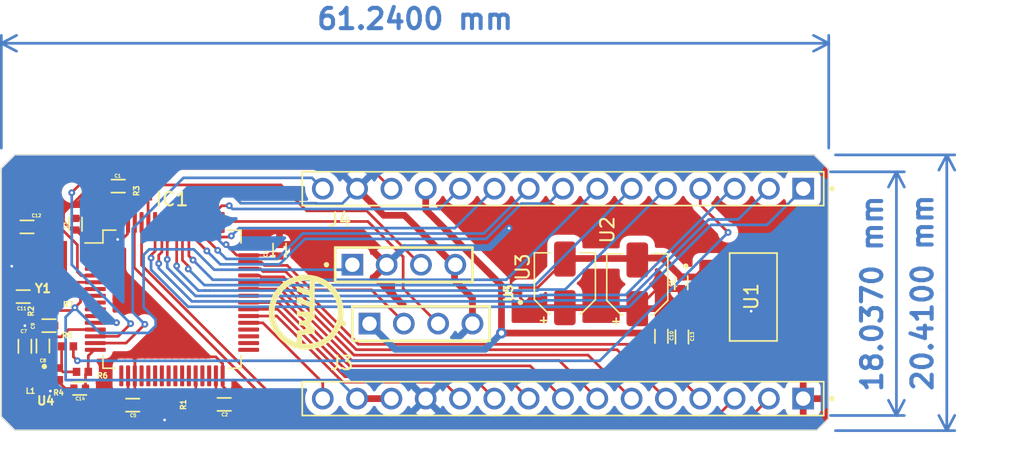
<source format=kicad_pcb>
(kicad_pcb (version 20240108) (generator "pcbnew") (generator_version "8.0")
  (layers (0 "F.Cu" signal) (31 "B.Cu" signal) (34 "B.Paste" user) (35 "F.Paste" user) (36 "B.SilkS" user "B.Silkscreen") (37 "F.SilkS" user "F.Silkscreen") (38 "B.Mask" user) (39 "F.Mask" user) (44 "Edge.Cuts" user))
  (net 0 "")
  (net 1 "+3V3")
  (net 2 "GND")
  (net 3 "VDDA")
  (net 4 "NRST")
  (net 5 "+5V")
  (net 6 "OSC_OUT")
  (net 7 "OSC_IN")
  (net 15 "ADC_0")
  (net 25 "Net-(IC1-PB2)")
  (net 32 "SWDIO")
  (net 33 "SWCLK")
  (net 34 "BOOT _0")
  (net 35 "Net-(J1-Pad02)")
  (net 36 "RECEPTORA")
  (net 37 "PC6")
  (net 38 "M_0")
  (net 39 "PC7")
  (net 40 "M_1")
  (net 41 "LIM_L")
  (net 42 "LIM_R")
  (net 43 "PC10")
  (net 44 "PC8")
  (net 45 "PC9")
  (net 46 "PA8")
  (net 47 "PA9")
  (net 48 "PA10")
  (net 49 "PA11")
  (net 50 "PA13")
  (net 51 "PB8")
  (net 52 "PB9")
  (net 53 "PC11")
  (net 54 "PB5")
  (net 55 "PB6")
  (net 56 "PB7")
  (net 57 "ADC")
  (net 58 "PA0")
  (net 59 "PA1")
  (net 60 "Net-(R4-Pad2)")
  (net 61 "Net-(C11-Pad1)")
  (footprint "CL05B104KO5NNNC:CAPC1005X55N" (layer "F.Cu") (at 145.9175 80.3485 180)
    (property "Reference" "C12")
    (property "Value" "100nF")
  )
  (footprint "Package_QFP:LQFP-64_10x10mm_P0.5mm" (layer "F.Cu") (at 156.6475 85.6985)
    (property "Reference" "IC1")
    (property "Value" "STM32F103R8T6")
  )
  (footprint "PESD2V0Y1BSFYL:DIO_PESD5V0R1BSFYL" (layer "F.Cu") (at 147.1975 91.5785 -90)
    (property "Reference" "U4")
    (property "Value" "PESD2V0Y1BSFYL" (hide yes))
  )
  (footprint "CL05B104KO5NNNC:CAPC1005X55N" (layer "F.Cu") (at 164.6075 82.0785 -90)
    (property "Reference" "C4")
    (property "Value" "100nF")
  )
  (footprint "CL05B104KO5NNNC:CAPC1005X55N" (layer "F.Cu") (at 145.7575 89.1885 90)
    (property "Reference" "C7")
    (property "Value" "100nF")
  )
  (footprint "CL05B104KO5NNNC:CAPC1005X55N" (layer "F.Cu") (at 160.5115 93.4865 180)
    (property "Reference" "C2")
    (property "Value" "100nF")
  )
  (footprint "TITAN:tita_v0" (layer "F.Cu") (at 166.567676 86.648253 -90)
    (property "Reference" "   " (hide yes))
    (property "Value" "LOGO" (hide yes))
  )
  (footprint "AMS1117-3.3:SOT229P700X180-4N" (layer "F.Cu") (at 199.6775 85.5385)
    (property "Reference" "U1")
    (property "Value" "AMS1117-3.3" (hide yes))
  )
  (footprint "PESD2V0Y1BSFYL:DIO_PESD5V0R1BSFYL" (layer "F.Cu") (at 182.4375 85.0385 90)
    (property "Reference" "U5")
    (property "Value" "PESD2V0Y1BSFYL" (hide yes))
  )
  (footprint "CRGCQ0402F10K:RESC1005X40N" (layer "F.Cu") (at 150.0175 91.0785 180)
    (property "Reference" "R6")
    (property "Value" "3.5k")
  )
  (footprint "CL05B104KO5NNNC:CAPC1005X55N" (layer "F.Cu") (at 147.0955 89.1625 90)
    (property "Reference" "C8")
    (property "Value" "1uF")
  )
  (footprint "CRGCQ0402F10K:RESC1005X40N" (layer "F.Cu") (at 154.8775 77.6785 90)
    (property "Reference" "R3")
    (property "Value" "10K")
  )
  (footprint "CL05B104KO5NNNC:CAPC1005X55N" (layer "F.Cu") (at 145.6375 85.5085 180)
    (property "Reference" "C11")
    (property "Value" "100nF")
  )
  (footprint "CRGCQ0402F10K:RESC1005X40N" (layer "F.Cu") (at 148.9125 89.1885)
    (property "Reference" "R5")
    (property "Value" "170")
  )
  (footprint "V06-1X15-SV-GF-1:VALCON_V06-1X15-SV-GF-1" (layer "F.Cu") (at 185.5895 77.5215)
    (property "Reference" "J4")
    (property "Value" "  ")
  )
  (footprint "Capacitor_SMD:CP_Elec_4x5.4" (layer "F.Cu") (at 185.7275 84.5285 90)
    (property "Reference" "U3")
    (property "Value" "10uF")
  )
  (footprint "MLG1005S10NHT000:INDC1005X55N" (layer "F.Cu") (at 146.1575 91.1985 90)
    (property "Reference" "L1")
    (property "Value" "27nH")
  )
  (footprint "CL05B104KO5NNNC:CAPC1005X55N" (layer "F.Cu") (at 149.5075 80.1485 90)
    (property "Reference" "C3")
    (property "Value" "100nF")
  )
  (footprint "CL05B104KO5NNNC:CAPC1005X55N" (layer "F.Cu") (at 147.5375 87.6585 180)
    (property "Reference" "C9")
    (property "Value" "100nF")
  )
  (footprint "TS-104-G-AA:SAMTEC_TS-104-G-AA" (layer "F.Cu") (at 173.8085 83.1485)
    (property "Reference" "J2" (hide yes))
    (property "Value" " " (hide yes))
  )
  (footprint "CL05B104KO5NNNC:CAPC1005X55N" (layer "F.Cu") (at 194.396 88.4985 -90)
    (property "Reference" "C13")
    (property "Value" "10uF")
  )
  (footprint "CL05B104KO5NNNC:CAPC1005X55N" (layer "F.Cu") (at 149.8175 92.3085 180)
    (property "Reference" "C14")
    (property "Value" "100nF")
  )
  (footprint "CL05B104KO5NNNC:CAPC1005X55N" (layer "F.Cu") (at 153.7385 93.5425 180)
    (property "Reference" "C5")
    (property "Value" "100nF")
  )
  (footprint "TS-104-G-AA:SAMTEC_TS-104-G-AA" (layer "F.Cu") (at 175.0775 87.5085)
    (property "Reference" "J2" (hide yes))
    (property "Value" "TS-104-G-AA" (hide yes))
  )
  (footprint "CRGCQ0402F10K:RESC1005X40N" (layer "F.Cu") (at 148.7475 85.2485 180)
    (property "Reference" "R7")
    (property "Value" "220")
  )
  (footprint "NX3225GD-8MHZ-STD-CRA-3:XTAL_NX3225GD-8MHZ-STD-CRA-3" (layer "F.Cu") (at 147.1775 82.7385 180)
    (property "Reference" "Y1")
    (property "Value" "NX3225GD-8MHZ-STD-CRA-3" (hide yes))
  )
  (footprint "V06-1X15-SV-GF-1:VALCON_V06-1X15-SV-GF-1" (layer "F.Cu") (at 185.5875 93.0585)
    (property "Reference" "J3")
    (property "Value" "  ")
  )
  (footprint "Capacitor_SMD:CP_Elec_4x5.4" (layer "F.Cu") (at 191.0875 84.5985 90)
    (property "Reference" "U2")
    (property "Value" "10uF")
  )
  (footprint "CRGCQ0402F10K:RESC1005X40N" (layer "F.Cu") (at 158.4085 93.4965 90)
    (property "Reference" "R1")
    (property "Value" "10K")
  )
  (footprint "CL05B104KO5NNNC:CAPC1005X55N" (layer "F.Cu") (at 192.876 88.4455 -90)
    (property "Reference" "C10")
    (property "Value" "100nF")
  )
  (footprint "CRGCQ0402F10K:RESC1005X40N" (layer "F.Cu") (at 147.5375 86.5385 180)
    (property "Reference" "R2")
    (property "Value" "10K")
  )
  (footprint "CRGCQ0402F10K:RESC1005X40N" (layer "F.Cu") (at 148.2875 91.2285 90)
    (property "Reference" "R4")
    (property "Value" "330")
  )
  (footprint "CL05B104KO5NNNC:CAPC1005X55N" (layer "F.Cu") (at 152.6685 77.3305)
    (property "Reference" "C1")
    (property "Value" "100nF")
  )
  (footprint "CL05B104KO5NNNC:CAPC1005X55N" (layer "F.Cu") (at 194.341 84.4855 90)
    (property "Reference" "C6")
    (property "Value" "4.7uF")
  )
  (gr_line (start 145.0175 75.0185) (end 204.1675 75.0185) (stroke (width 0.1)) (layer "Edge.Cuts"))
  (gr_line (start 144.0175 94.3885) (end 144.0175 76.0185) (stroke (width 0.1)) (layer "Edge.Cuts"))
  (gr_line (start 145.0175 75.0185) (end 144.0175 76.0185) (stroke (width 0.1)) (layer "Edge.Cuts"))
  (gr_line (start 205.227765 76.078765) (end 205.227765 94.538765) (stroke (width 0.1)) (layer "Edge.Cuts"))
  (gr_line (start 145.0175 95.3885) (end 144.0175 94.3885) (stroke (width 0.1)) (layer "Edge.Cuts"))
  (gr_line (start 204.3775 95.3885) (end 145.0175 95.3885) (stroke (width 0.1)) (layer "Edge.Cuts"))
  (gr_line (start 205.2275 94.5385) (end 204.3775 95.3885) (stroke (width 0.1)) (layer "Edge.Cuts"))
  (gr_line (start 204.1675 75.0185) (end 205.227765 76.078765) (stroke (width 0.1)) (layer "Edge.Cuts"))
  (dimension (type aligned) (layer "B.Cu") (pts (xy 205.2575 95.4285) (xy 205.2575 75.0185)) (height 8.74) (gr_text "20.4100 mm" (at 212.1975 85.2235 90) (layer "B.Cu") (effects (font (size 1.5 1.5) (thickness 0.3)))) (format (prefix "") (suffix "") (units 3) (units_format 1) (precision 4)) (style (thickness 0.2) (arrow_length 1.27) (text_position_mode 0) (extension_height 0.58642) (extension_offset 0.5) keep_text_aligned))
  (dimension (type aligned) (layer "B.Cu") (pts (xy 204.8895 76.2715) (xy 204.8895 94.3085)) (height -5.378) (gr_text "18.0370 mm" (at 208.4675 85.29 90) (layer "B.Cu") (effects (font (size 1.5 1.5) (thickness 0.3)))) (format (prefix "") (suffix "") (units 3) (units_format 1) (precision 4)) (style (thickness 0.2) (arrow_length 1.27) (text_position_mode 0) (extension_height 0.58642) (extension_offset 0.5) keep_text_aligned))
  (dimension (type aligned) (layer "B.Cu") (pts (xy 144.0175 75.0185) (xy 205.2575 75.0185)) (height -8.26) (gr_text "61.2400 mm" (at 174.6375 64.9585 0) (layer "B.Cu") (effects (font (size 1.5 1.5) (thickness 0.3)))) (format (prefix "") (suffix "") (units 3) (units_format 1) (precision 4)) (style (thickness 0.2) (arrow_length 1.27) (text_position_mode 0) (extension_height 0.58642) (extension_offset 0.5) keep_text_aligned))
  (segment (start 181.9975 80.84664) (end 181.9975 83.5695) (width 0.2) (layer "F.Cu") (net 1))
  (segment (start 145.6575 91.6305) (end 146.1575 91.6305) (width 0.2) (layer "F.Cu") (net 1))
  (segment (start 153.9415 89.9685) (end 159.8925 89.9685) (width 0.2) (layer "F.Cu") (net 1))
  (segment (start 182.4375 85.6125) (end 183.1115 86.2865) (width 0.2) (layer "F.Cu") (net 1))
  (segment (start 160.9415 92.6725) (end 160.9415 93.4865) (width 0.2) (layer "F.Cu") (net 1))
  (segment (start 163.586973 81.5595) (end 162.7865 81.5595) (width 0.2) (layer "F.Cu") (net 1))
  (segment (start 149.2075 80.5585) (end 148.6175 79.9685) (width 0.2) (layer "F.Cu") (net 1))
  (segment (start 195.7095 84.9155) (end 196.3325 85.5385) (width 0.2) (layer "F.Cu") (net 1))
  (segment (start 151.8075 92.1885) (end 151.8075 90.5585) (width 0.2) (layer "F.Cu") (net 1))
  (segment (start 164.6075 81.6485) (end 164.275033 81.6485) (width 0.2) (layer "F.Cu") (net 1))
  (segment (start 150.8975 81.9485) (end 149.5075 80.5585) (width 0.2) (layer "F.Cu") (net 1))
  (segment (start 146.9535 93.5145) (end 150.4815 93.5145) (width 0.2) (layer "F.Cu") (net 1))
  (segment (start 181.9975 85.2385) (end 182.4375 85.2385) (width 0.2) (layer "F.Cu") (net 1))
  (segment (start 153.8975 90.4735) (end 153.8975 91.3735) (width 0.2) (layer "F.Cu") (net 1))
  (segment (start 181.7475 83.8195) (end 181.7475 84.9885) (width 0.2) (layer "F.Cu") (net 1))
  (segment (start 162.7865 81.5595) (end 162.3975 81.9485) (width 0.2) (layer "F.Cu") (net 1))
  (segment (start 182.4375 85.2385) (end 182.4375 85.6125) (width 0.2) (layer "F.Cu") (net 1))
  (segment (start 153.8975 90.0125) (end 153.9415 89.9685) (width 0.2) (layer "F.Cu") (net 1))
  (segment (start 153.8975 90.4735) (end 153.8975 90.0125) (width 0.2) (layer "F.Cu") (net 1))
  (segment (start 181.596281 80.445421) (end 181.9975 80.84664) (width 0.2) (layer "F.Cu") (net 1))
  (segment (start 181.9975 83.5695) (end 181.7475 83.8195) (width 0.2) (layer "F.Cu") (net 1))
  (segment (start 164.275033 81.6485) (end 164.135032 81.508499) (width 0.2) (layer "F.Cu") (net 1))
  (segment (start 181.7475 84.9885) (end 181.9975 85.2385) (width 0.2) (layer "F.Cu") (net 1))
  (segment (start 148.6175 79.3185) (end 150.6055 77.3305) (width 0.2) (layer "F.Cu") (net 1))
  (segment (start 160.3975 92.1285) (end 160.9415 92.6725) (width 0.2) (layer "F.Cu") (net 1))
  (segment (start 192.5705 84.9155) (end 191.0875 86.3985) (width 0.2) (layer "F.Cu") (net 1))
  (segment (start 154.1685 92.6255) (end 153.8975 92.3545) (width 0.2) (layer "F.Cu") (net 1))
  (segment (start 172.48 83.1585) (end 170.97 81.6485) (width 0.2) (layer "F.Cu") (net 1))
  (segment (start 149.5075 80.5585) (end 149.2075 80.5585) (width 0.2) (layer "F.Cu") (net 1))
  (segment (start 164.135032 81.508499) (end 163.637974 81.508499) (width 0.2) (layer "F.Cu") (net 1))
  (segment (start 153.8975 90.0125) (end 153.8975 90.3245) (width 0.2) (layer "F.Cu") (net 1))
  (segment (start 147.1025 86.5385) (end 145.4575 86.5385) (width 0.2) (layer "F.Cu") (net 1))
  (segment (start 150.6055 77.3305) (end 152.2385 77.3305) (width 0.2) (layer "F.Cu") (net 1))
  (segment (start 152.3975 89.9685) (end 153.9415 89.9685) (width 0.2) (layer "F.Cu") (net 1))
  (segment (start 183.1115 86.2865) (end 185.87 86.2865) (width 0.2) (layer "F.Cu") (net 1))
  (segment (start 160.3975 90.4735) (end 160.3975 92.1285) (width 0.2) (layer "F.Cu") (net 1))
  (segment (start 146.1575 92.7185) (end 146.9535 93.5145) (width 0.2) (layer "F.Cu") (net 1))
  (segment (start 185.87 86.2865) (end 185.871 86.2875) (width 0.2) (layer "F.Cu") (net 1))
  (segment (start 153.8975 92.3545) (end 153.8975 90.4735) (width 0.2) (layer "F.Cu") (net 1))
  (segment (start 148.6175 79.9685) (end 148.6175 79.3185) (width 0.2) (layer "F.Cu") (net 1))
  (segment (start 150.4815 93.5145) (end 151.8075 92.1885) (width 0.2) (layer "F.Cu") (net 1))
  (segment (start 145.4575 86.5385) (end 144.6475 87.3485) (width 0.2) (layer "F.Cu") (net 1))
  (segment (start 159.8925 89.9685) (end 160.3975 90.4735) (width 0.2) (layer "F.Cu") (net 1))
  (segment (start 154.1685 93.5425) (end 154.1685 92.6255) (width 0.2) (layer "F.Cu") (net 1))
  (segment (start 154.1685 93.5425) (end 156.1835 93.5425) (width 0.2) (layer "F.Cu") (net 1))
  (segment (start 152.2385 77.3305) (end 152.2385 79.2895) (width 0.2) (layer "F.Cu") (net 1))
  (segment (start 156.1835 93.5425) (end 156.3275 93.3985) (width 0.2) (layer "F.Cu") (net 1))
  (segment (start 144.6475 90.6205) (end 145.6575 91.6305) (width 0.2) (layer "F.Cu") (net 1))
  (segment (start 194.341 84.9155) (end 195.7095 84.9155) (width 0.2) (layer "F.Cu") (net 1))
  (segment (start 146.1575 91.6305) (end 146.1575 92.7185) (width 0.2) (layer "F.Cu") (net 1))
  (segment (start 151.8075 90.5585) (end 152.3975 89.9685) (width 0.2) (layer "F.Cu") (net 1))
  (segment (start 150.9725 81.9485) (end 152.1575 81.9485) (width 0.2) (layer "F.Cu") (net 1))
  (segment (start 152.2385 79.2895) (end 152.8975 79.9485) (width 0.2) (layer "F.Cu") (net 1))
  (segment (start 163.637974 81.508499) (end 163.586973 81.5595) (width 0.2) (layer "F.Cu") (net 1))
  (segment (start 152.1575 81.9485) (end 152.8075 82.5985) (width 0.2) (layer "F.Cu") (net 1))
  (segment (start 144.6475 87.3485) (end 144.6475 90.6205) (width 0.2) (layer "F.Cu") (net 1))
  (segment (start 170.97 81.6485) (end 164.6075 81.6485) (width 0.2) (layer "F.Cu") (net 1))
  (segment (start 194.341 84.9155) (end 192.5705 84.9155) (width 0.2) (layer "F.Cu") (net 1))
  (via (at 181.596281 80.445421) (size 0.5) (drill 0.2) (layers "F.Cu" "B.Cu") (net 1))
  (segment (start 172.5485 83.1385) (end 173.8055 81.8815) (width 0.5) (layer "B.Cu") (net 1))
  (segment (start 172.475899 83.1385) (end 172.5485 83.1385) (width 0.5) (layer "B.Cu") (net 1))
  (segment (start 180.136101 81.8815) (end 181.59218 80.425421) (width 0.5) (layer "B.Cu") (net 1))
  (segment (start 173.8055 81.8815) (end 180.136101 81.8815) (width 0.5) (layer "B.Cu") (net 1))
  (segment (start 148.2875 91.6635) (end 148.2875 91.8585) (width 0.2) (layer "F.Cu") (net 2))
  (segment (start 147.0955 88.7325) (end 145.7835 88.7325) (width 0.2) (layer "F.Cu") (net 2))
  (segment (start 145.7575 88.7585) (end 145.7575 87.6585) (width 0.2) (layer "F.Cu") (net 2))
  (segment (start 183.72 84.8385) (end 185.871 82.6875) (width 0.2) (layer "F.Cu") (net 2))
  (segment (start 182.4375 84.8385) (end 183.72 84.8385) (width 0.2) (layer "F.Cu") (net 2))
  (segment (start 148.2875 91.6635) (end 148.2875 91.8485) (width 0.2) (layer "F.Cu") (net 2))
  (segment (start 198.1175 89.4685) (end 199.5175 88.0685) (width 0.5) (layer "F.Cu") (net 2))
  (segment (start 164.423491 82.324491) (end 163.903491 82.324491) (width 0.2) (layer "F.Cu") (net 2))
  (segment (start 161.440092 82.4485) (end 160.651421 81.659829) (width 0.2) (layer "F.Cu") (net 2))
  (segment (start 145.2075 85.5085) (end 145.2075 84.9785) (width 0.2) (layer "F.Cu") (net 2))
  (segment (start 145.2075 84.9785) (end 144.7875 84.5585) (width 0.2) (layer "F.Cu") (net 2))
  (segment (start 153.3475 80.88091) (end 152.94991 81.2785) (width 0.2) (layer "F.Cu") (net 2))
  (segment (start 194.6775 88.9285) (end 195.2175 89.4685) (width 0.5) (layer "F.Cu") (net 2))
  (segment (start 150.7575 79.7185) (end 152.3175 81.2785) (width 0.2) (layer "F.Cu") (net 2))
  (segment (start 159.8975 93.3025) (end 159.8975 91.4485) (width 0.2) (layer "F.Cu") (net 2))
  (segment (start 159.7195 93.4865) (end 159.2745 93.9315) (width 0.2) (layer "F.Cu") (net 2))
  (segment (start 173.8575 79.4905) (end 177.5255 83.1585) (width 0.5) (layer "F.Cu") (net 2))
  (segment (start 153.3085 93.5425) (end 153.3085 94.0095) (width 0.2) (layer "F.Cu") (net 2))
  (segment (start 185.871 82.6875) (end 191.025 82.6875) (width 0.5) (layer "F.Cu") (net 2))
  (segment (start 199.5175 88.0685) (end 199.5175 86.2585) (width 0.5) (layer "F.Cu") (net 2))
  (segment (start 152.3175 81.2785) (end 152.7575 81.2785) (width 0.2) (layer "F.Cu") (net 2))
  (segment (start 170.3495 77.5215) (end 172.3185 79.4905) (width 0.5) (layer "F.Cu") (net 2))
  (segment (start 164.37815 82.60615) (end 164.475802 82.508498) (width 0.1) (layer "F.Cu") (net 2))
  (segment (start 164.475802 82.508498) (end 164.6075 82.508498) (width 0.1) (layer "F.Cu") (net 2))
  (segment (start 160.0815 93.4865) (end 159.7195 93.4865) (width 0.2) (layer "F.Cu") (net 2))
  (segment (start 152.4975 81.2785) (end 152.627505 81.2785) (width 0.1) (layer "F.Cu") (net 2))
  (segment (start 146.9675 87.6585) (end 145.7575 87.6585) (width 0.2) (layer "F.Cu") (net 2))
  (segment (start 152.94991 81.2785) (end 152.6275 81.2785) (width 0.2) (layer "F.Cu") (net 2))
  (segment (start 148.2875 91.8585) (end 147.6475 92.4985) (width 0.2) (layer "F.Cu") (net 2))
  (segment (start 159.2745 93.9315) (end 158.4085 93.9315) (width 0.2) (layer "F.Cu") (net 2))
  (segment (start 178.8875 85.6345) (end 178.8875 87.5085) (width 0.5) (layer "F.Cu") (net 2))
  (segment (start 153.0985 77.3305) (end 153.3475 77.5795) (width 0.2) (layer "F.Cu") (net 2))
  (segment (start 195.2175 89.4685) (end 198.1175 89.4685) (width 0.5) (layer "F.Cu") (net 2))
  (segment (start 153.3975 91.4485) (end 153.3975 93.4535) (width 0.2) (layer "F.Cu") (net 2))
  (segment (start 160.0815 93.4865) (end 159.8975 93.3025) (width 0.1) (layer "F.Cu") (net 2))
  (segment (start 194.396 88.9285) (end 194.6775 88.9285) (width 0.5) (layer "F.Cu") (net 2))
  (segment (start 145.7835 88.7325) (end 145.7575 88.7585) (width 0.2) (layer "F.Cu") (net 2))
  (segment (start 162.3225 82.4485) (end 161.440092 82.4485) (width 0.2) (layer "F.Cu") (net 2))
  (segment (start 152.4975 81.2785) (end 152.6275 81.2785) (width 0.1) (layer "F.Cu") (net 2))
  (segment (start 153.9375 94.6385) (end 157.7015 94.6385) (width 0.2) (layer "F.Cu") (net 2))
  (segment (start 147.1275 87.4985) (end 146.9675 87.6585) (width 0.2) (layer "F.Cu") (net 2))
  (segment (start 152.627505 81.2785) (end 152.62751 81.278505) (width 0.1) (layer "F.Cu") (net 2))
  (segment (start 195.5255 84.0555) (end 196.3325 83.2485) (width 0.5) (layer "F.Cu") (net 2))
  (segment (start 148.2875 91.6635) (end 148.1725 91.7785) (width 0.2) (layer "F.Cu") (net 2))
  (segment (start 148.2875 91.8485) (end 148.7475 92.3085) (width 0.2) (layer "F.Cu") (net 2))
  (segment (start 196.5075 83.2485) (end 196.3325 83.2485) (width 0.5) (layer "F.Cu") (net 2))
  (segment (start 194.341 84.0555) (end 195.5255 84.0555) (width 0.5) (layer "F.Cu") (net 2))
  (segment (start 153.3085 94.0095) (end 153.9375 94.6385) (width 0.2) (layer "F.Cu") (net 2))
  (segment (start 153.3475 77.5795) (end 153.3475 80.88091) (width 0.2) (layer "F.Cu") (net 2))
  (segment (start 163.779482 82.4485) (end 163.903491 82.324491) (width 0.2) (layer "F.Cu") (net 2))
  (segment (start 152.5775 87.4485) (end 152.5975 87.4285) (width 0.1) (layer "F.Cu") (net 2))
  (segment (start 192.94 82.6545) (end 194.341 84.0555) (width 0.5) (layer "F.Cu") (net 2))
  (segment (start 192.95 88.9495) (end 192.876 88.8755) (width 0.5) (layer "F.Cu") (net 2))
  (segment (start 153.3975 93.4535) (end 153.3085 93.5425) (width 0.1) (layer "F.Cu") (net 2))
  (segment (start 177.56 84.307) (end 178.8875 85.6345) (width 0.5) (layer "F.Cu") (net 2))
  (segment (start 192.876 88.8755) (end 194.343 88.8755) (width 0.5) (layer "F.Cu") (net 2))
  (segment (start 164.6075 82.508498) (end 164.423491 82.324491) (width 0.2) (layer "F.Cu") (net 2))
  (segment (start 144.7875 81.0485) (end 144.7875 83.2585) (width 0.2) (layer "F.Cu") (net 2))
  (segment (start 194.343 88.8755) (end 194.396 88.9285) (width 0.5) (layer "F.Cu") (net 2))
  (segment (start 191.058 82.6545) (end 192.94 82.6545) (width 0.5) (layer "F.Cu") (net 2))
  (segment (start 150.8975 87.4485) (end 152.5775 87.4485) (width 0.2) (layer "F.Cu") (net 2))
  (segment (start 177.56 83.1585) (end 177.56 84.307) (width 0.5) (layer "F.Cu") (net 2))
  (segment (start 149.5075 79.7185) (end 150.7575 79.7185) (width 0.2) (layer "F.Cu") (net 2))
  (segment (start 148.7475 92.3085) (end 149.3875 92.3085) (width 0.2) (layer "F.Cu") (net 2))
  (segment (start 152.7575 81.2785) (end 152.4975 81.2785) (width 0.1) (layer "F.Cu") (net 2))
  (segment (start 157.7015 94.6385) (end 158.4085 93.9315) (width 0.2) (layer "F.Cu") (net 2))
  (segment (start 172.3185 79.4905) (end 173.8575 79.4905) (width 0.5) (layer "F.Cu") (net 2))
  (segment (start 148.1725 91.7785) (end 147.1975 91.7785) (width 0.2) (layer "F.Cu") (net 2))
  (segment (start 162.35685 82.4485) (end 163.779482 82.4485) (width 0.2) (layer "F.Cu") (net 2))
  (segment (start 144.7875 84.5585) (end 144.7875 83.2585) (width 0.2) (layer "F.Cu") (net 2))
  (segment (start 177.5255 83.1585) (end 177.56 83.1585) (width 0.2) (layer "F.Cu") (net 2))
  (segment (start 199.5175 86.2585) (end 196.5075 83.2485) (width 0.5) (layer "F.Cu") (net 2))
  (segment (start 145.4875 80.3485) (end 144.7875 81.0485) (width 0.2) (layer "F.Cu") (net 2))
  (segment (start 191.025 82.6875) (end 191.058 82.6545) (width 0.5) (layer "F.Cu") (net 2))
  (via (at 199.5175 86.5885) (size 0.5) (drill 0.2) (layers "F.Cu" "B.Cu") (net 2))
  (via (at 152.5375 87.4385) (size 0.5) (drill 0.2) (layers "F.Cu" "B.Cu") (net 2))
  (via (at 147.6475 92.4985) (size 0.5) (drill 0.2) (layers "F.Cu" "B.Cu") (net 2))
  (via (at 144.7875 83.2585) (size 0.5) (drill 0.2) (layers "F.Cu" "B.Cu") (net 2))
  (via (at 156.0975 94.6385) (size 0.5) (drill 0.2) (layers "F.Cu" "B.Cu") (net 2))
  (via (at 160.651421 81.659829) (size 0.5) (drill 0.2) (layers "F.Cu" "B.Cu") (net 2))
  (via (at 152.62751 81.278505) (size 0.5) (drill 0.2) (layers "F.Cu" "B.Cu") (net 2))
  (via (at 145.7575 87.6585) (size 0.5) (drill 0.2) (layers "F.Cu" "B.Cu") (net 2))
  (segment (start 161.7375 78.5965) (end 161.2235 78.0825) (width 0.2) (layer "B.Cu") (net 2))
  (segment (start 161.2235 78.0825) (end 160.1145 78.0825) (width 0.2) (layer "B.Cu") (net 2))
  (segment (start 159.7445 80.9645) (end 160.4715 81.6915) (width 0.2) (layer "B.Cu") (net 2))
  (segment (start 170.3495 77.5215) (end 169.247 78.624) (width 0.2) (layer "B.Cu") (net 2))
  (segment (start 159.7445 78.4525) (end 159.7445 80.9645) (width 0.2) (layer "B.Cu") (net 2))
  (segment (start 160.1145 78.0825) (end 159.7445 78.4525) (width 0.2) (layer "B.Cu") (net 2))
  (segment (start 167.352829 78.624) (end 167.325329 78.5965) (width 0.2) (layer "B.Cu") (net 2))
  (segment (start 167.325329 78.5965) (end 161.7375 78.5965) (width 0.2) (layer "B.Cu") (net 2))
  (segment (start 169.247 78.624) (end 167.352829 78.624) (width 0.2) (layer "B.Cu") (net 2))
  (segment (start 146.1575 90.7665) (end 146.1575 90.0185) (width 0.2) (layer "F.Cu") (net 3))
  (segment (start 147.3435 89.5925) (end 147.7975 89.1385) (width 0.2) (layer "F.Cu") (net 3))
  (segment (start 148.9875 87.9485) (end 150.8975 87.9485) (width 0.2) (layer "F.Cu") (net 3))
  (segment (start 148.4475 88.4885) (end 148.9875 87.9485) (width 0.2) (layer "F.Cu") (net 3))
  (segment (start 147.0695 89.6185) (end 147.0955 89.5925) (width 0.2) (layer "F.Cu") (net 3))
  (segment (start 146.1575 90.0185) (end 145.7575 89.6185) (width 0.2) (layer "F.Cu") (net 3))
  (segment (start 147.0955 89.5925) (end 147.3435 89.5925) (width 0.2) (layer "F.Cu") (net 3))
  (segment (start 147.7975 88.4885) (end 148.4475 88.4885) (width 0.2) (layer "F.Cu") (net 3))
  (segment (start 145.7575 89.6185) (end 147.0695 89.6185) (width 0.2) (layer "F.Cu") (net 3))
  (segment (start 147.7975 89.1385) (end 147.7975 88.4885) (width 0.2) (layer "F.Cu") (net 3))
  (segment (start 149.8725 85.119186) (end 149.8725 85.9135) (width 0.2) (layer "F.Cu") (net 4))
  (segment (start 150.043186 84.9485) (end 149.8725 85.119186) (width 0.2) (layer "F.Cu") (net 4))
  (segment (start 170.3475 93.0585) (end 172.8875 93.0585) (width 0.5) (layer "F.Cu") (net 4))
  (segment (start 147.9685 87.609572) (end 147.9685 86.5385) (width 0.2) (layer "F.Cu") (net 4))
  (segment (start 147.9685 86.5385) (end 149.2475 86.5385) (width 0.2) (layer "F.Cu") (net 4))
  (segment (start 149.8725 85.9135) (end 149.4575 86.3285) (width 0.2) (layer "F.Cu") (net 4))
  (segment (start 149.2475 86.5385) (end 149.4575 86.3285) (width 0.2) (layer "F.Cu") (net 4))
  (segment (start 150.8965 84.9495) (end 150.8975 84.9485) (width 0.1) (layer "F.Cu") (net 4))
  (segment (start 150.8975 84.9485) (end 150.043186 84.9485) (width 0.2) (layer "F.Cu") (net 4))
  (via (at 149.4575 86.3285) (size 0.5) (drill 0.2) (layers "F.Cu" "B.Cu") (net 4))
  (segment (start 159.770539 83.5185) (end 169.6285 83.5185) (width 0.2) (layer "B.Cu") (net 4))
  (segment (start 170.3475 93.0585) (end 168.9775 91.6885) (width 0.2) (layer "B.Cu") (net 4))
  (segment (start 148.7775 91.6785) (end 148.7775 87.0185) (width 0.2) (layer "B.Cu") (net 4))
  (segment (start 154.5475 86.3005) (end 154.5475 82.422113) (width 0.2) (layer "B.Cu") (net 4))
  (segment (start 151.325 88.196) (end 154.913 88.196) (width 0.2) (layer "B.Cu") (net 4))
  (segment (start 149.4575 86.3285) (end 151.325 88.196) (width 0.2) (layer "B.Cu") (net 4))
  (segment (start 169.6285 83.5185) (end 169.9985 83.1485) (width 0.2) (layer "B.Cu") (net 4))
  (segment (start 149.4575 86.3385) (end 149.4575 86.3285) (width 0.2) (layer "B.Cu") (net 4))
  (segment (start 155.438 87.671) (end 155.438 87.191) (width 0.2) (layer "B.Cu") (net 4))
  (segment (start 154.913 88.196) (end 155.438 87.671) (width 0.2) (layer "B.Cu") (net 4))
  (segment (start 155.438 87.191) (end 154.5475 86.3005) (width 0.2) (layer "B.Cu") (net 4))
  (segment (start 168.9775 91.6885) (end 148.7875 91.6885) (width 0.2) (layer "B.Cu") (net 4))
  (segment (start 154.5475 82.422113) (end 154.960306 82.009307) (width 0.2) (layer "B.Cu") (net 4))
  (segment (start 148.7875 91.6885) (end 148.7775 91.6785) (width 0.2) (layer "B.Cu") (net 4))
  (segment (start 154.960306 82.009307) (end 158.261346 82.009307) (width 0.2) (layer "B.Cu") (net 4))
  (segment (start 148.7775 87.0185) (end 149.4575 86.3385) (width 0.2) (layer "B.Cu") (net 4))
  (segment (start 158.261346 82.009307) (end 159.770539 83.5185) (width 0.2) (layer "B.Cu") (net 4))
  (segment (start 192.876 88.0155) (end 192.576 88.0155) (width 0.5) (layer "F.Cu") (net 5))
  (segment (start 192.89 88.0015) (end 192.876 88.0155) (width 0.1) (layer "F.Cu") (net 5))
  (segment (start 194.396 88.0685) (end 194.366 88.0385) (width 0.5) (layer "F.Cu") (net 5))
  (segment (start 182.041 88.207) (end 181.034994 88.207) (width 0.5) (layer "F.Cu") (net 5))
  (segment (start 181.034994 84.682812) (end 181.034994 88.207) (width 0.5) (layer "F.Cu") (net 5))
  (segment (start 196.3325 87.8285) (end 196.1455 88.0155) (width 0.5) (layer "F.Cu") (net 5))
  (segment (start 192.3845 88.207) (end 182.041 88.207) (width 0.5) (layer "F.Cu") (net 5))
  (segment (start 196.3325 87.8285) (end 194.636 87.8285) (width 0.5) (layer "F.Cu") (net 5))
  (segment (start 192.576 88.0155) (end 192.3845 88.207) (width 0.5) (layer "F.Cu") (net 5))
  (segment (start 194.366 88.0385) (end 192.899 88.0385) (width 0.5) (layer "F.Cu") (net 5))
  (segment (start 192.899 88.0385) (end 192.876 88.0155) (width 0.5) (layer "F.Cu") (net 5))
  (segment (start 175.4295 77.5215) (end 175.4295 79.077318) (width 0.5) (layer "F.Cu") (net 5))
  (segment (start 175.4295 79.077318) (end 181.034994 84.682812) (width 0.5) (layer "F.Cu") (net 5))
  (segment (start 194.636 87.8285) (end 194.396 88.0685) (width 0.5) (layer "F.Cu") (net 5))
  (via (at 181.034994 88.207) (size 0.8) (drill 0.4) (layers "F.Cu" "B.Cu") (net 5))
  (segment (start 179.833494 89.4085) (end 181.034994 88.207) (width 0.5) (layer "B.Cu") (net 5))
  (segment (start 173.1675 89.4085) (end 179.833494 89.4085) (width 0.5) (layer "B.Cu") (net 5))
  (segment (start 171.2675 87.5085) (end 173.1675 89.4085) (width 0.5) (layer "B.Cu") (net 5))
  (segment (start 149.0725 85.2085) (end 149.0725 85.0035) (width 0.2) (layer "F.Cu") (net 6))
  (segment (start 149.6275 84.4485) (end 150.8975 84.4485) (width 0.2) (layer "F.Cu") (net 6))
  (segment (start 149.0725 85.0035) (end 149.6275 84.4485) (width 0.2) (layer "F.Cu") (net 6))
  (segment (start 149.6475 81.6785) (end 148.3175 80.3485) (width 0.2) (layer "F.Cu") (net 7))
  (segment (start 146.3475 80.3485) (end 146.2675 80.4285) (width 0.2) (layer "F.Cu") (net 7))
  (segment (start 146.2675 82.9985) (end 146.5675 83.2985) (width 0.2) (layer "F.Cu") (net 7))
  (segment (start 150.8975 83.9485) (end 149.9225 83.9485) (width 0.2) (layer "F.Cu") (net 7))
  (segment (start 146.185 82.156) (end 146.5775 82.5485) (width 0.2) (layer "F.Cu") (net 7))
  (segment (start 148.3175 80.3485) (end 146.3475 80.3485) (width 0.2) (layer "F.Cu") (net 7))
  (segment (start 149.6475 83.6735) (end 149.6475 81.6785) (width 0.2) (layer "F.Cu") (net 7))
  (segment (start 146.2675 80.4285) (end 146.2675 82.9985) (width 0.2) (layer "F.Cu") (net 7))
  (segment (start 149.9225 83.9485) (end 149.6475 83.6735) (width 0.2) (layer "F.Cu") (net 7))
  (segment (start 150.4525 89.8935) (end 150.8975 89.4485) (width 0.2) (layer "F.Cu") (net 15))
  (segment (start 150.2475 91.2835) (end 150.4525 91.0785) (width 0.2) (layer "F.Cu") (net 15))
  (segment (start 150.2475 92.3085) (end 150.2475 91.2835) (width 0.2) (layer "F.Cu") (net 15))
  (segment (start 150.4525 91.0785) (end 150.4525 89.8935) (width 0.2) (layer "F.Cu") (net 15))
  (segment (start 158.4085 93.0615) (end 158.4085 91.4595) (width 0.2) (layer "F.Cu") (net 25))
  (segment (start 158.4085 91.4595) (end 158.3975 91.4485) (width 0.1) (layer "F.Cu") (net 25))
  (segment (start 165.176186 83.1985) (end 163.498971 83.1985) (width 0.2) (layer "F.Cu") (net 32))
  (segment (start 173.8075 87.5085) (end 173.8075 87.4065) (width 0.2) (layer "F.Cu") (net 32))
  (segment (start 163.498971 83.1985) (end 163.248971 82.9485) (width 0.2) (layer "F.Cu") (net 32))
  (segment (start 171.4145 85.0135) (end 166.991186 85.0135) (width 0.2) (layer "F.Cu") (net 32))
  (segment (start 162.3975 82.9485) (end 162.397498 82.9485) (width 0.1) (layer "F.Cu") (net 32))
  (segment (start 163.248971 82.9485) (end 162.397498 82.9485) (width 0.2) (layer "F.Cu") (net 32))
  (segment (start 173.8075 87.4065) (end 171.4145 85.0135) (width 0.2) (layer "F.Cu") (net 32))
  (segment (start 166.991186 85.0135) (end 165.176186 83.1985) (width 0.2) (layer "F.Cu") (net 32))
  (segment (start 173.7575 84.9185) (end 173.7575 82.5585) (width 0.2) (layer "F.Cu") (net 33))
  (segment (start 176.3475 87.5085) (end 173.7575 84.9185) (width 0.2) (layer "F.Cu") (net 33))
  (segment (start 173.7575 82.5585) (end 171.1475 79.9485) (width 0.2) (layer "F.Cu") (net 33))
  (segment (start 171.1475 79.9485) (end 160.3975 79.9485) (width 0.2) (layer "F.Cu") (net 33))
  (segment (start 154.8775 79.9285) (end 154.8975 79.9485) (width 0.1) (layer "F.Cu") (net 34))
  (segment (start 154.8775 78.1135) (end 154.8775 79.9285) (width 0.2) (layer "F.Cu") (net 34))
  (segment (start 166.6175 79.1585) (end 164.7025 77.2435) (width 0.2) (layer "F.Cu") (net 35))
  (segment (start 175.02 83.1585) (end 175.02 83.124) (width 0.2) (layer "F.Cu") (net 35))
  (segment (start 164.7025 77.2435) (end 154.8775 77.2435) (width 0.2) (layer "F.Cu") (net 35))
  (segment (start 171.0545 79.1585) (end 166.6175 79.1585) (width 0.2) (layer "F.Cu") (net 35))
  (segment (start 175.02 83.124) (end 171.0545 79.1585) (width 0.2) (layer "F.Cu") (net 35))
  (segment (start 159.8975 79.21609) (end 160.33309 78.7805) (width 0.2) (layer "F.Cu") (net 36))
  (segment (start 160.33309 78.7805) (end 160.8875 78.7805) (width 0.2) (layer "F.Cu") (net 36))
  (segment (start 159.8975 80.0235) (end 159.8975 79.21609) (width 0.2) (layer "F.Cu") (net 36))
  (via (at 160.8875 78.7805) (size 0.5) (drill 0.2) (layers "F.Cu" "B.Cu") (net 36))
  (segment (start 161.131 79.024) (end 160.8875 78.7805) (width 0.2) (layer "B.Cu") (net 36))
  (segment (start 176.467 79.024) (end 161.131 79.024) (width 0.2) (layer "B.Cu") (net 36))
  (segment (start 177.9695 77.5215) (end 176.467 79.024) (width 0.2) (layer "B.Cu") (net 36))
  (segment (start 167.8075 91.8835) (end 167.8075 93.0585) (width 0.2) (layer "F.Cu") (net 37))
  (segment (start 162.3975 87.4485) (end 163.3725 87.4485) (width 0.2) (layer "F.Cu") (net 37))
  (segment (start 163.3725 87.4485) (end 167.8075 91.8835) (width 0.2) (layer "F.Cu") (net 37))
  (segment (start 158.3975 79.9485) (end 158.3975 81.296932) (width 0.2) (layer "F.Cu") (net 38))
  (segment (start 158.3975 81.296932) (end 159.226693 82.126125) (width 0.2) (layer "F.Cu") (net 38))
  (via (at 159.226693 82.126125) (size 0.5) (drill 0.2) (layers "F.Cu" "B.Cu") (net 38))
  (segment (start 185.5895 77.5215) (end 184.487 78.624) (width 0.2) (layer "B.Cu") (net 38))
  (segment (start 182.512686 78.624) (end 179.898185 81.2385) (width 0.2) (layer "B.Cu") (net 38))
  (segment (start 184.487 78.624) (end 182.512686 78.624) (width 0.2) (layer "B.Cu") (net 38))
  (segment (start 166.4905 81.2385) (end 164.610499 83.1185) (width 0.2) (layer "B.Cu") (net 38))
  (segment (start 164.610499 83.1185) (end 160.219068 83.1185) (width 0.2) (layer "B.Cu") (net 38))
  (segment (start 160.219068 83.1185) (end 159.226693 82.126125) (width 0.2) (layer "B.Cu") (net 38))
  (segment (start 179.898185 81.2385) (end 166.4905 81.2385) (width 0.2) (layer "B.Cu") (net 38))
  (segment (start 169.290706 91.838501) (end 176.747501 91.838501) (width 0.2) (layer "F.Cu") (net 39))
  (segment (start 162.3975 86.9485) (end 164.400698 86.9485) (width 0.2) (layer "F.Cu") (net 39))
  (segment (start 164.400698 86.9485) (end 169.290706 91.838501) (width 0.2) (layer "F.Cu") (net 39))
  (segment (start 176.747501 91.838501) (end 177.9675 93.0585) (width 0.2) (layer "F.Cu") (net 39))
  (segment (start 157.8975 82.49399) (end 158.206364 82.802854) (width 0.2) (layer "F.Cu") (net 40))
  (segment (start 157.8975 79.9485) (end 157.8975 82.49399) (width 0.2) (layer "F.Cu") (net 40))
  (via (at 158.206364 82.802854) (size 0.5) (drill 0.2) (layers "F.Cu" "B.Cu") (net 40))
  (segment (start 188.1295 77.5215) (end 181.39 84.261) (width 0.2) (layer "B.Cu") (net 40))
  (segment (start 159.66451 84.261) (end 158.206364 82.802854) (width 0.2) (layer "B.Cu") (net 40))
  (segment (start 181.39 84.261) (end 159.66451 84.261) (width 0.2) (layer "B.Cu") (net 40))
  (segment (start 157.850683 83.244622) (end 157.850683 83.463153) (width 0.2) (layer "F.Cu") (net 41))
  (segment (start 157.3975 79.9485) (end 157.4225 79.9735) (width 0.2) (layer "F.Cu") (net 41))
  (segment (start 157.4225 79.9735) (end 157.4225 82.816439) (width 0.2) (layer "F.Cu") (net 41))
  (segment (start 157.4225 82.816439) (end 157.850683 83.244622) (width 0.2) (layer "F.Cu") (net 41))
  (via (at 157.850683 83.463153) (size 0.5) (drill 0.2) (layers "F.Cu" "B.Cu") (net 41))
  (segment (start 159.04853 84.661) (end 157.850683 83.463153) (width 0.2) (layer "B.Cu") (net 41))
  (segment (start 190.6695 77.5215) (end 183.53 84.661) (width 0.2) (layer "B.Cu") (net 41))
  (segment (start 183.53 84.661) (end 159.04853 84.661) (width 0.2) (layer "B.Cu") (net 41))
  (segment (start 156.8975 79.9485) (end 156.8975 80.83091) (width 0.2) (layer "F.Cu") (net 42))
  (segment (start 156.994923 80.928333) (end 156.994923 83.237391) (width 0.2) (layer "F.Cu") (net 42))
  (segment (start 156.8975 80.83091) (end 156.994923 80.928333) (width 0.2) (layer "F.Cu") (net 42))
  (via (at 156.994923 83.237391) (size 0.5) (drill 0.2) (layers "F.Cu" "B.Cu") (net 42))
  (segment (start 185.7455 84.9855) (end 183.771186 84.9855) (width 0.2) (layer "B.Cu") (net 42))
  (segment (start 159.100455 85.061001) (end 158.600001 85.061001) (width 0.2) (layer "B.Cu") (net 42))
  (segment (start 158.600001 85.061001) (end 156.994923 83.455923) (width 0.2) (layer "B.Cu") (net 42))
  (segment (start 159.431829 85.061001) (end 159.100457 85.060999) (width 0.2) (layer "B.Cu") (net 42))
  (segment (start 193.2095 77.5215) (end 185.7455 84.9855) (width 0.2) (layer "B.Cu") (net 42))
  (segment (start 183.771186 84.9855) (end 183.695685 85.061) (width 0.2) (layer "B.Cu") (net 42))
  (segment (start 183.695685 85.061) (end 159.431831 85.060999) (width 0.2) (layer "B.Cu") (net 42))
  (segment (start 159.431831 85.060999) (end 159.431829 85.061001) (width 0.2) (layer "B.Cu") (net 42))
  (segment (start 159.100457 85.060999) (end 159.100455 85.061001) (width 0.2) (layer "B.Cu") (net 42))
  (segment (start 156.994923 83.455923) (end 156.994923 83.237391) (width 0.2) (layer "B.Cu") (net 42))
  (segment (start 159.66509 81.0985) (end 160.95847 81.0985) (width 0.2) (layer "F.Cu") (net 43))
  (segment (start 159.3975 80.83091) (end 159.66509 81.0985) (width 0.2) (layer "F.Cu") (net 43))
  (segment (start 159.3975 79.9485) (end 159.3975 80.83091) (width 0.2) (layer "F.Cu") (net 43))
  (segment (start 160.95847 81.0985) (end 161.042485 81.014485) (width 0.2) (layer "F.Cu") (net 43))
  (via (at 161.042485 81.014485) (size 0.5) (drill 0.2) (layers "F.Cu" "B.Cu") (net 43))
  (segment (start 161.61847 80.4385) (end 161.042485 81.014485) (width 0.2) (layer "B.Cu") (net 43))
  (segment (start 180.5095 77.5215) (end 177.5925 80.4385) (width 0.2) (layer "B.Cu") (net 43))
  (segment (start 177.5925 80.4385) (end 161.61847 80.4385) (width 0.2) (layer "B.Cu") (net 43))
  (segment (start 169.456391 91.438501) (end 178.887501 91.438501) (width 0.2) (layer "F.Cu") (net 44))
  (segment (start 162.3975 86.4485) (end 164.466384 86.4485) (width 0.2) (layer "F.Cu") (net 44))
  (segment (start 164.466384 86.4485) (end 169.456391 91.438501) (width 0.2) (layer "F.Cu") (net 44))
  (segment (start 178.887501 91.438501) (end 180.5075 93.0585) (width 0.2) (layer "F.Cu") (net 44))
  (segment (start 164.53207 85.9485) (end 169.622076 91.038501) (width 0.2) (layer "F.Cu") (net 45))
  (segment (start 169.622076 91.038501) (end 181.027501 91.038501) (width 0.2) (layer "F.Cu") (net 45))
  (segment (start 162.3975 85.9485) (end 164.53207 85.9485) (width 0.2) (layer "F.Cu") (net 45))
  (segment (start 181.027501 91.038501) (end 183.0475 93.0585) (width 0.2) (layer "F.Cu") (net 45))
  (segment (start 164.597756 85.4485) (end 169.787761 90.638501) (width 0.2) (layer "F.Cu") (net 46))
  (segment (start 183.167501 90.638501) (end 185.5875 93.0585) (width 0.2) (layer "F.Cu") (net 46))
  (segment (start 169.787761 90.638501) (end 183.167501 90.638501) (width 0.2) (layer "F.Cu") (net 46))
  (segment (start 162.3975 85.4485) (end 164.597756 85.4485) (width 0.2) (layer "F.Cu") (net 46))
  (segment (start 169.953446 90.238501) (end 185.307501 90.238501) (width 0.2) (layer "F.Cu") (net 47))
  (segment (start 164.663442 84.9485) (end 169.953446 90.238501) (width 0.2) (layer "F.Cu") (net 47))
  (segment (start 162.3975 84.9485) (end 164.663442 84.9485) (width 0.2) (layer "F.Cu") (net 47))
  (segment (start 185.307501 90.238501) (end 188.1275 93.0585) (width 0.2) (layer "F.Cu") (net 47))
  (segment (start 162.3975 84.4485) (end 164.729128 84.4485) (width 0.2) (layer "F.Cu") (net 48))
  (segment (start 170.119131 89.838501) (end 187.447501 89.838501) (width 0.2) (layer "F.Cu") (net 48))
  (segment (start 164.729128 84.4485) (end 170.119131 89.838501) (width 0.2) (layer "F.Cu") (net 48))
  (segment (start 187.447501 89.838501) (end 190.6675 93.0585) (width 0.2) (layer "F.Cu") (net 48))
  (segment (start 170.284816 89.438501) (end 189.587501 89.438501) (width 0.2) (layer "F.Cu") (net 49))
  (segment (start 163.17991 83.9985) (end 163.22991 84.0485) (width 0.2) (layer "F.Cu") (net 49))
  (segment (start 164.894814 84.0485) (end 170.284816 89.438501) (width 0.2) (layer "F.Cu") (net 49))
  (segment (start 163.1676 83.9985) (end 163.17991 83.9985) (width 0.2) (layer "F.Cu") (net 49))
  (segment (start 163.22991 84.0485) (end 164.894814 84.0485) (width 0.2) (layer "F.Cu") (net 49))
  (segment (start 163.1176 83.9485) (end 163.1676 83.9985) (width 0.2) (layer "F.Cu") (net 49))
  (segment (start 189.587501 89.438501) (end 193.2075 93.0585) (width 0.2) (layer "F.Cu") (net 49))
  (segment (start 162.3975 83.9485) (end 163.1176 83.9485) (width 0.2) (layer "F.Cu") (net 49))
  (segment (start 162.3975 83.4485) (end 163.183286 83.4485) (width 0.2) (layer "F.Cu") (net 50))
  (segment (start 165.0605 83.6485) (end 170.450501 89.038501) (width 0.2) (layer "F.Cu") (net 50))
  (segment (start 170.450501 89.038501) (end 191.727501 89.038501) (width 0.2) (layer "F.Cu") (net 50))
  (segment (start 163.345596 83.5985) (end 163.395596 83.6485) (width 0.2) (layer "F.Cu") (net 50))
  (segment (start 163.183286 83.4485) (end 163.333286 83.5985) (width 0.2) (layer "F.Cu") (net 50))
  (segment (start 163.333286 83.5985) (end 163.345596 83.5985) (width 0.2) (layer "F.Cu") (net 50))
  (segment (start 191.727501 89.038501) (end 195.7475 93.0585) (width 0.2) (layer "F.Cu") (net 50))
  (segment (start 163.395596 83.6485) (end 165.0605 83.6485) (width 0.2) (layer "F.Cu") (net 50))
  (segment (start 154.3975 83.1785) (end 165.7275 94.5085) (width 0.2) (layer "F.Cu") (net 51))
  (segment (start 154.3975 79.9485) (end 154.3975 83.1785) (width 0.2) (layer "F.Cu") (net 51))
  (segment (start 196.8375 94.5085) (end 198.2875 93.0585) (width 0.2) (layer "F.Cu") (net 51))
  (segment (start 165.7275 94.5085) (end 196.8375 94.5085) (width 0.2) (layer "F.Cu") (net 51))
  (segment (start 153.8975 79.9485) (end 153.8575 79.9885) (width 0.2) (layer "F.Cu") (net 52))
  (segment (start 153.8575 79.9885) (end 153.8575 83.367815) (width 0.2) (layer "F.Cu") (net 52))
  (segment (start 153.8575 83.367815) (end 165.448185 94.9585) (width 0.2) (layer "F.Cu") (net 52))
  (segment (start 198.9275 94.9585) (end 200.8275 93.0585) (width 0.2) (layer "F.Cu") (net 52))
  (segment (start 165.448185 94.9585) (end 198.9275 94.9585) (width 0.2) (layer "F.Cu") (net 52))
  (segment (start 158.8975 80.948403) (end 160.032433 82.083336) (width 0.2) (layer "F.Cu") (net 53))
  (segment (start 158.8975 79.9485) (end 158.8975 80.948403) (width 0.2) (layer "F.Cu") (net 53))
  (via (at 160.032433 82.083336) (size 0.5) (drill 0.2) (layers "F.Cu" "B.Cu") (net 53))
  (segment (start 179.7325 80.8385) (end 166.324814 80.8385) (width 0.2) (layer "B.Cu") (net 53))
  (segment (start 164.444814 82.7185) (end 160.667597 82.7185) (width 0.2) (layer "B.Cu") (net 53))
  (segment (start 166.324814 80.8385) (end 164.444814 82.7185) (width 0.2) (layer "B.Cu") (net 53))
  (segment (start 160.667597 82.7185) (end 160.032433 82.083336) (width 0.2) (layer "B.Cu") (net 53))
  (segment (start 183.0495 77.5215) (end 179.7325 80.8385) (width 0.2) (layer "B.Cu") (net 53))
  (segment (start 156.3975 81.3515) (end 156.2975 81.4515) (width 0.2) (layer "F.Cu") (net 54))
  (segment (start 156.3975 79.9485) (end 156.3975 81.3515) (width 0.2) (layer "F.Cu") (net 54))
  (segment (start 156.2975 81.4515) (end 156.2975 82.756558) (width 0.2) (layer "F.Cu") (net 54))
  (via (at 156.2975 82.756558) (size 0.5) (drill 0.2) (layers "F.Cu" "B.Cu") (net 54))
  (segment (start 190.230601 85.3855) (end 183.936868 85.3855) (width 0.2) (layer "B.Cu") (net 54))
  (segment (start 198.2895 77.5215) (end 198.094601 77.5215) (width 0.2) (layer "B.Cu") (net 54))
  (segment (start 183.86137 85.460998) (end 158.390364 85.460998) (width 0.2) (layer "B.Cu") (net 54))
  (segment (start 156.2975 83.368134) (end 156.2975 82.756558) (width 0.2) (layer "B.Cu") (net 54))
  (segment (start 198.094601 77.5215) (end 190.230601 85.3855) (width 0.2) (layer "B.Cu") (net 54))
  (segment (start 183.936868 85.3855) (end 183.86137 85.460998) (width 0.2) (layer "B.Cu") (net 54))
  (segment (start 158.390364 85.460998) (end 156.2975 83.368134) (width 0.2) (layer "B.Cu") (net 54))
  (segment (start 155.8975 79.9485) (end 155.8975 82.210586) (width 0.2) (layer "F.Cu") (net 55))
  (segment (start 155.8975 82.210586) (end 155.66528 82.442806) (width 0.2) (layer "F.Cu") (net 55))
  (segment (start 155.66528 82.442806) (end 155.66528 83.062603) (width 0.2) (layer "F.Cu") (net 55))
  (via (at 155.66528 83.062603) (size 0.5) (drill 0.2) (layers "F.Cu" "B.Cu") (net 55))
  (segment (start 190.396286 85.7855) (end 184.102559 85.7855) (width 0.2) (layer "B.Cu") (net 55))
  (segment (start 200.8295 77.5215) (end 198.5525 79.7985) (width 0.2) (layer "B.Cu") (net 55))
  (segment (start 184.102559 85.7855) (end 184.027062 85.860997) (width 0.2) (layer "B.Cu") (net 55))
  (segment (start 155.66528 83.411285) (end 155.66528 83.062603) (width 0.2) (layer "B.Cu") (net 55))
  (segment (start 184.027062 85.860997) (end 158.114992 85.860997) (width 0.2) (layer "B.Cu") (net 55))
  (segment (start 198.5525 79.7985) (end 196.383287 79.7985) (width 0.2) (layer "B.Cu") (net 55))
  (segment (start 196.383287 79.7985) (end 190.396286 85.7855) (width 0.2) (layer "B.Cu") (net 55))
  (segment (start 158.114992 85.860997) (end 155.66528 83.411285) (width 0.2) (layer "B.Cu") (net 55))
  (segment (start 155.3975 82.1449) (end 155.0975 82.4449) (width 0.2) (layer "F.Cu") (net 56))
  (segment (start 155.3975 79.9485) (end 155.3975 82.1449) (width 0.2) (layer "F.Cu") (net 56))
  (segment (start 155.0975 82.4449) (end 155.0975 82.649931) (width 0.2) (layer "F.Cu") (net 56))
  (via (at 155.0975 82.649931) (size 0.5) (drill 0.2) (layers "F.Cu" "B.Cu") (net 56))
  (segment (start 200.6925 80.1985) (end 196.551814 80.1985) (width 0.2) (layer "B.Cu") (net 56))
  (segment (start 196.551814 80.1985) (end 190.489315 86.260999) (width 0.2) (layer "B.Cu") (net 56))
  (segment (start 157.843603 86.260999) (end 155.0975 83.514896) (width 0.2) (layer "B.Cu") (net 56))
  (segment (start 203.3695 77.5215) (end 200.6925 80.1985) (width 0.2) (layer "B.Cu") (net 56))
  (segment (start 190.489315 86.260999) (end 157.843603 86.260999) (width 0.2) (layer "B.Cu") (net 56))
  (segment (start 155.0975 83.514896) (end 155.0975 82.649931) (width 0.2) (layer "B.Cu") (net 56))
  (segment (start 195.7495 77.5215) (end 195.7495 78.7005) (width 0.2) (layer "F.Cu") (net 57))
  (segment (start 149.3475 89.2135) (end 149.3475 89.9585) (width 0.2) (layer "F.Cu") (net 57))
  (segment (start 149.1925 89.0585) (end 149.3475 89.2135) (width 0.2) (layer "F.Cu") (net 57))
  (segment (start 195.7495 78.7005) (end 197.8075 80.7585) (width 0.2) (layer "F.Cu") (net 57))
  (segment (start 149.3475 89.9585) (end 149.6475 90.2585) (width 0.2) (layer "F.Cu") (net 57))
  (via (at 197.8075 80.7585) (size 0.5) (drill 0.2) (layers "F.Cu" "B.Cu") (net 57))
  (via (at 149.6475 90.2585) (size 0.5) (drill 0.2) (layers "F.Cu" "B.Cu") (net 57))
  (segment (start 188.3075 90.2585) (end 197.8075 80.7585) (width 0.2) (layer "B.Cu") (net 57))
  (segment (start 149.6475 90.2585) (end 188.3075 90.2585) (width 0.2) (layer "B.Cu") (net 57))
  (segment (start 171.387 76.019) (end 151.017 76.019) (width 0.2) (layer "F.Cu") (net 58))
  (segment (start 150.8975 88.4485) (end 152.6575 88.4485) (width 0.2) (layer "F.Cu") (net 58))
  (segment (start 152.6575 88.4485) (end 153.5975 87.5085) (width 0.2) (layer "F.Cu") (net 58))
  (segment (start 172.8895 77.5215) (end 171.387 76.019) (width 0.2) (layer "F.Cu") (net 58))
  (segment (start 151.017 76.019) (end 149.1975 77.8385) (width 0.2) (layer "F.Cu") (net 58))
  (via (at 149.2275 77.8185) (size 0.5) (drill 0.2) (layers "F.Cu" "B.Cu") (net 58))
  (via (at 153.5875 87.5085) (size 0.5) (drill 0.2) (layers "F.Cu" "B.Cu") (net 58))
  (segment (start 149.2275 83.1485) (end 153.5875 87.5085) (width 0.2) (layer "B.Cu") (net 58))
  (segment (start 149.2275 77.8185) (end 149.2275 83.1485) (width 0.2) (layer "B.Cu") (net 58))
  (segment (start 150.8975 88.9485) (end 153.2475 88.9485) (width 0.2) (layer "F.Cu") (net 59))
  (segment (start 153.2475 88.9485) (end 154.6375 87.5585) (width 0.2) (layer "F.Cu") (net 59))
  (via (at 154.6375 87.5585) (size 0.5) (drill 0.2) (layers "F.Cu" "B.Cu") (net 59))
  (segment (start 157.497 76.719) (end 167.007 76.719) (width 0.2) (layer "B.Cu") (net 59))
  (segment (start 167.007 76.719) (end 167.8095 77.5215) (width 0.2) (layer "B.Cu") (net 59))
  (segment (start 153.7375 80.4785) (end 157.497 76.719) (width 0.2) (layer "B.Cu") (net 59))
  (segment (start 153.7375 86.6585) (end 153.7375 80.4785) (width 0.2) (layer "B.Cu") (net 59))
  (segment (start 154.6375 87.5585) (end 153.7375 86.6585) (width 0.2) (layer "B.Cu") (net 59))
  (segment (start 148.3225 89.0585) (end 148.4775 89.2135) (width 0.2) (layer "F.Cu") (net 60))
  (segment (start 148.4775 90.6035) (end 148.2875 90.7935) (width 0.2) (layer "F.Cu") (net 60))
  (segment (start 148.4775 89.2135) (end 148.4775 90.6035) (width 0.2) (layer "F.Cu") (net 60))
  (segment (start 148.5725 91.0785) (end 148.2875 90.7935) (width 0.2) (layer "F.Cu") (net 60))
  (segment (start 149.5825 91.0785) (end 148.5725 91.0785) (width 0.2) (layer "F.Cu") (net 60))
  (segment (start 147.7825 90.7935) (end 148.2875 90.7935) (width 0.2) (layer "F.Cu") (net 60))
  (segment (start 147.1975 91.3785) (end 147.7825 90.7935) (width 0.2) (layer "F.Cu") (net 60))
  (segment (start 148.1275 84.3585) (end 148.1275 82.7385) (width 0.2) (layer "F.Cu") (net 61))
  (segment (start 148.1275 83.2985) (end 148.4675 83.2985) (width 0.2) (layer "F.Cu") (net 61))
  (segment (start 148.1275 84.3585) (end 148.1275 83.2985) (width 0.2) (layer "F.Cu") (net 61))
  (segment (start 148.0125 84.4735) (end 148.1275 84.3585) (width 0.2) (layer "F.Cu") (net 61))
  (segment (start 146.0675 85.5085) (end 146.9775 85.5085) (width 0.2) (layer "F.Cu") (net 61))
  (segment (start 148.0125 85.0185) (end 148.0125 84.4735) (width 0.2) (layer "F.Cu") (net 61))
  (segment (start 148.2025 85.2085) (end 148.0125 85.0185) (width 0.2) (layer "F.Cu") (net 61))
  (segment (start 146.9775 85.5085) (end 148.1275 84.3585) (width 0.2) (layer "F.Cu") (net 61))
  (zone (net 1) (net_name "+3V3") (layer "F.Cu") (connect_pads (clearance 0.5)) (min_thickness 0.25) (fill yes (thermal_gap 0.5) (thermal_bridge_width 0.5))
    (polygon (pts (xy 144.0075 75.0185) (xy 205.1775 75.0185) (xy 205.270691 95.501691) (xy 144.0075 95.4085)))
  )
  (zone (net 2) (net_name "GND") (layer "B.Cu") (priority 1) (connect_pads (clearance 0.5)) (min_thickness 0.25) (fill yes (thermal_gap 0.5) (thermal_bridge_width 0.5))
    (polygon (pts (xy 143.9875 75.0185) (xy 205.2575 75.0185) (xy 205.268418 95.439418) (xy 143.9875 95.4285)))
  )
)
</source>
